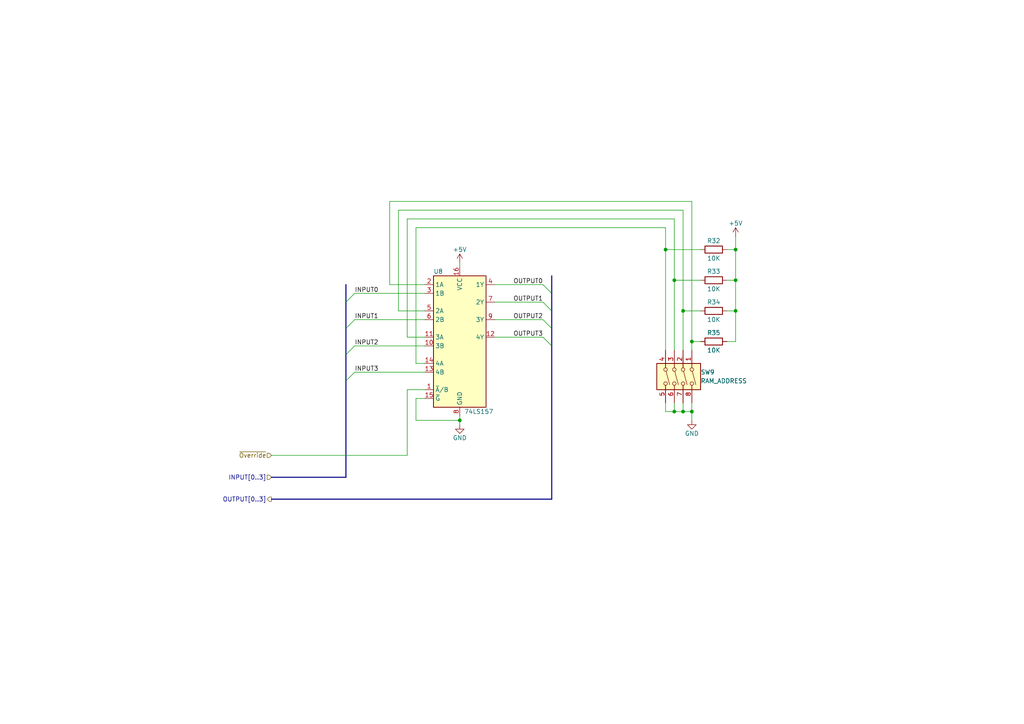
<source format=kicad_sch>
(kicad_sch (version 20231120) (generator "eeschema") (generator_version "8.0")
  (paper "A4")
  (title_block (title "8-Bit Computer - Memory Address Overrider") (date "2024-03-10") (rev "1") (comment 1 "Creator: Matan Brightbert"))
  (lib_symbols
    (symbol "Custom:74LS157"
      (property "Reference" "U" (at -7.62 20.32 0))
      (property "Value" "74LS157" (at 1.27 -20.32 0))
      (symbol "74LS157_0_1"
        (rectangle (start -7.62 19.05) (end 7.62 -19.05) (stroke (width 0.254)) (fill (type background)))
      )
      (symbol "74LS157_1_1"
        (pin input line (at -10.16 -13.97 0) (length 2.54) (name "~{A}/B") (number "1"))
        (pin input line (at -10.16 -1.27 0) (length 2.54) (name "3B") (number "10"))
        (pin input line (at -10.16 1.27 0) (length 2.54) (name "3A") (number "11"))
        (pin tri_state line (at 10.16 1.27 180) (length 2.54) (name "4Y") (number "12"))
        (pin input line (at -10.16 -8.89 0) (length 2.54) (name "4B") (number "13"))
        (pin input line (at -10.16 -6.35 0) (length 2.54) (name "4A") (number "14"))
        (pin input line (at -10.16 -16.51 0) (length 2.54) (name "~{G}") (number "15"))
        (pin power_in line (at 0 21.59 270) (length 2.54) (name "VCC") (number "16"))
        (pin input line (at -10.16 16.51 0) (length 2.54) (name "1A") (number "2"))
        (pin input line (at -10.16 13.97 0) (length 2.54) (name "1B") (number "3"))
        (pin tri_state line (at 10.16 16.51 180) (length 2.54) (name "1Y") (number "4"))
        (pin input line (at -10.16 8.89 0) (length 2.54) (name "2A") (number "5"))
        (pin input line (at -10.16 6.35 0) (length 2.54) (name "2B") (number "6"))
        (pin tri_state line (at 10.16 11.43 180) (length 2.54) (name "2Y") (number "7"))
        (pin power_in line (at 0 -21.59 90) (length 2.54) (name "GND") (number "8"))
        (pin tri_state line (at 10.16 6.35 180) (length 2.54) (name "3Y") (number "9"))
      )
    )
    (symbol "Device:R" (pin_numbers hide) (pin_names (offset 0))
      (property "Reference" "R" (at 2.032 0 90))
      (property "Value" "R" (at 0 0 90))
      (symbol "R_0_1"
        (rectangle (start -1.016 -2.54) (end 1.016 2.54) (stroke (width 0.254)))
      )
      (symbol "R_1_1"
        (pin passive line (at 0 3.81 270) (length 1.27) (name "~") (number "1"))
        (pin passive line (at 0 -3.81 90) (length 1.27) (name "~") (number "2"))
      )
    )
    (symbol "Switch:SW_DIP_x04" (pin_names (offset 0) hide)
      (property "Reference" "SW" (at 0 8.89 0))
      (property "Value" "SW_DIP_x04" (at 0 -6.35 0))
      (symbol "SW_DIP_x04_0_0"
        (circle (center -2.032 -2.54) (radius 0.508))
        (circle (center -2.032 0) (radius 0.508))
        (circle (center -2.032 2.54) (radius 0.508))
        (circle (center -2.032 5.08) (radius 0.508))
        (polyline (pts (xy -1.524 -2.3876) (xy 2.3622 -1.3462)))
        (polyline (pts (xy -1.524 0.127) (xy 2.3622 1.1684)))
        (polyline (pts (xy -1.524 2.667) (xy 2.3622 3.7084)))
        (polyline (pts (xy -1.524 5.207) (xy 2.3622 6.2484)))
        (circle (center 2.032 -2.54) (radius 0.508))
        (circle (center 2.032 0) (radius 0.508))
        (circle (center 2.032 2.54) (radius 0.508))
        (circle (center 2.032 5.08) (radius 0.508))
      )
      (symbol "SW_DIP_x04_0_1"
        (rectangle (start -3.81 7.62) (end 3.81 -5.08) (stroke (width 0.254)) (fill (type background)))
      )
      (symbol "SW_DIP_x04_1_1"
        (pin passive line (at -7.62 5.08 0) (length 5.08) (name "~") (number "1"))
        (pin passive line (at -7.62 2.54 0) (length 5.08) (name "~") (number "2"))
        (pin passive line (at -7.62 0 0) (length 5.08) (name "~") (number "3"))
        (pin passive line (at -7.62 -2.54 0) (length 5.08) (name "~") (number "4"))
        (pin passive line (at 7.62 -2.54 180) (length 5.08) (name "~") (number "5"))
        (pin passive line (at 7.62 0 180) (length 5.08) (name "~") (number "6"))
        (pin passive line (at 7.62 2.54 180) (length 5.08) (name "~") (number "7"))
        (pin passive line (at 7.62 5.08 180) (length 5.08) (name "~") (number "8"))
      )
    )
    (symbol "power:+5V" (power) (pin_numbers hide) (pin_names (offset 0) hide)
      (property "Value" "+5V" (at 0 3.556 0))
      (symbol "+5V_0_1"
        (polyline (pts (xy -0.762 1.27) (xy 0 2.54)))
        (polyline (pts (xy 0 0) (xy 0 2.54)))
        (polyline (pts (xy 0 2.54) (xy 0.762 1.27)))
      )
      (symbol "+5V_1_1"
        (pin power_in line (at 0 0 90) (length 0) (name "~") (number "1"))
      )
    )
    (symbol "power:GND" (power) (pin_numbers hide) (pin_names (offset 0) hide)
      (property "Value" "GND" (at 0 -3.81 0))
      (symbol "GND_0_1"
        (polyline (pts (xy 0 0) (xy 0 -1.27) (xy 1.27 -1.27) (xy 0 -2.54) (xy -1.27 -1.27) (xy 0 -1.27)))
      )
      (symbol "GND_1_1"
        (pin power_in line (at 0 0 270) (length 0) (name "~") (number "1"))
      )
    )
  )
  (junction (at 198.12 119.38))
  (junction (at 200.66 119.38))
  (junction (at 200.66 99.06))
  (junction (at 195.58 119.38))
  (junction (at 213.36 72.39))
  (junction (at 213.36 81.28))
  (junction (at 198.12 90.17))
  (junction (at 213.36 90.17))
  (junction (at 133.35 121.92))
  (junction (at 193.04 72.39))
  (junction (at 195.58 81.28))
  (bus_entry (at 157.48 87.63) (size 2.54 2.54))
  (bus_entry (at 157.48 92.71) (size 2.54 2.54))
  (bus_entry (at 102.87 100.33) (size -2.54 2.54))
  (bus_entry (at 157.48 82.55) (size 2.54 2.54))
  (bus_entry (at 102.87 107.95) (size -2.54 2.54))
  (bus_entry (at 157.48 97.79) (size 2.54 2.54))
  (bus_entry (at 102.87 92.71) (size -2.54 2.54))
  (bus_entry (at 102.87 85.09) (size -2.54 2.54))
  (wire (pts (xy 200.66 99.06) (xy 203.2 99.06)))
  (bus (pts (xy 160.02 85.09) (xy 160.02 90.17)))
  (wire (pts (xy 213.36 99.06) (xy 210.82 99.06)))
  (wire (pts (xy 133.35 76.2) (xy 133.35 77.47)))
  (wire (pts (xy 200.66 99.06) (xy 200.66 101.6)))
  (wire (pts (xy 78.74 132.08) (xy 118.11 132.08)))
  (wire (pts (xy 200.66 121.92) (xy 200.66 119.38)))
  (wire (pts (xy 213.36 72.39) (xy 210.82 72.39)))
  (wire (pts (xy 120.65 121.92) (xy 133.35 121.92)))
  (wire (pts (xy 118.11 63.5) (xy 195.58 63.5)))
  (wire (pts (xy 195.58 81.28) (xy 203.2 81.28)))
  (wire (pts (xy 115.57 90.17) (xy 115.57 60.96)))
  (wire (pts (xy 195.58 63.5) (xy 195.58 81.28)))
  (wire (pts (xy 195.58 81.28) (xy 195.58 101.6)))
  (wire (pts (xy 213.36 81.28) (xy 213.36 72.39)))
  (wire (pts (xy 198.12 60.96) (xy 198.12 90.17)))
  (bus (pts (xy 160.02 90.17) (xy 160.02 95.25)))
  (wire (pts (xy 143.51 82.55) (xy 157.48 82.55)))
  (wire (pts (xy 193.04 116.84) (xy 193.04 119.38)))
  (wire (pts (xy 143.51 87.63) (xy 157.48 87.63)))
  (wire (pts (xy 123.19 115.57) (xy 120.65 115.57)))
  (bus (pts (xy 100.33 87.63) (xy 100.33 95.25)))
  (bus (pts (xy 160.02 100.33) (xy 160.02 144.78)))
  (wire (pts (xy 118.11 132.08) (xy 118.11 113.03)))
  (wire (pts (xy 200.66 58.42) (xy 200.66 99.06)))
  (wire (pts (xy 198.12 90.17) (xy 198.12 101.6)))
  (wire (pts (xy 213.36 68.58) (xy 213.36 72.39)))
  (bus (pts (xy 78.74 144.78) (xy 160.02 144.78)))
  (wire (pts (xy 200.66 116.84) (xy 200.66 119.38)))
  (wire (pts (xy 102.87 92.71) (xy 123.19 92.71)))
  (wire (pts (xy 193.04 119.38) (xy 195.58 119.38)))
  (wire (pts (xy 120.65 115.57) (xy 120.65 121.92)))
  (bus (pts (xy 160.02 80.01) (xy 160.02 85.09)))
  (wire (pts (xy 113.03 58.42) (xy 200.66 58.42)))
  (wire (pts (xy 133.35 123.19) (xy 133.35 121.92)))
  (wire (pts (xy 120.65 105.41) (xy 120.65 66.04)))
  (wire (pts (xy 113.03 82.55) (xy 113.03 58.42)))
  (wire (pts (xy 213.36 81.28) (xy 210.82 81.28)))
  (wire (pts (xy 123.19 97.79) (xy 118.11 97.79)))
  (wire (pts (xy 143.51 97.79) (xy 157.48 97.79)))
  (bus (pts (xy 160.02 95.25) (xy 160.02 100.33)))
  (wire (pts (xy 102.87 85.09) (xy 123.19 85.09)))
  (bus (pts (xy 100.33 82.55) (xy 100.33 87.63)))
  (wire (pts (xy 213.36 90.17) (xy 213.36 81.28)))
  (wire (pts (xy 213.36 90.17) (xy 210.82 90.17)))
  (wire (pts (xy 193.04 66.04) (xy 193.04 72.39)))
  (wire (pts (xy 193.04 72.39) (xy 203.2 72.39)))
  (wire (pts (xy 123.19 82.55) (xy 113.03 82.55)))
  (wire (pts (xy 200.66 119.38) (xy 198.12 119.38)))
  (wire (pts (xy 118.11 113.03) (xy 123.19 113.03)))
  (wire (pts (xy 195.58 116.84) (xy 195.58 119.38)))
  (wire (pts (xy 198.12 116.84) (xy 198.12 119.38)))
  (wire (pts (xy 198.12 90.17) (xy 203.2 90.17)))
  (bus (pts (xy 100.33 95.25) (xy 100.33 102.87)))
  (wire (pts (xy 123.19 105.41) (xy 120.65 105.41)))
  (bus (pts (xy 100.33 110.49) (xy 100.33 138.43)))
  (wire (pts (xy 213.36 99.06) (xy 213.36 90.17)))
  (wire (pts (xy 198.12 119.38) (xy 195.58 119.38)))
  (wire (pts (xy 102.87 107.95) (xy 123.19 107.95)))
  (wire (pts (xy 120.65 66.04) (xy 193.04 66.04)))
  (bus (pts (xy 78.74 138.43) (xy 100.33 138.43)))
  (wire (pts (xy 123.19 90.17) (xy 115.57 90.17)))
  (wire (pts (xy 118.11 97.79) (xy 118.11 63.5)))
  (wire (pts (xy 143.51 92.71) (xy 157.48 92.71)))
  (wire (pts (xy 115.57 60.96) (xy 198.12 60.96)))
  (bus (pts (xy 100.33 102.87) (xy 100.33 110.49)))
  (wire (pts (xy 133.35 121.92) (xy 133.35 120.65)))
  (wire (pts (xy 193.04 72.39) (xy 193.04 101.6)))
  (wire (pts (xy 102.87 100.33) (xy 123.19 100.33)))
  (label "OUTPUT3" (at 157.48 97.79 180))
  (label "INPUT2" (at 102.87 100.33 0))
  (label "OUTPUT0" (at 157.48 82.55 180))
  (label "INPUT3" (at 102.87 107.95 0))
  (label "OUTPUT1" (at 157.48 87.63 180))
  (label "INPUT0" (at 102.87 85.09 0))
  (label "INPUT1" (at 102.87 92.71 0))
  (label "OUTPUT2" (at 157.48 92.71 180))
  (hierarchical_label "INPUT[0..3]" (shape input) (at 78.74 138.43 180))
  (hierarchical_label "OUTPUT[0..3]" (shape output) (at 78.74 144.78 180))
  (hierarchical_label "~{Override}" (shape input) (at 78.74 132.08 180))
  (symbol (lib_id "Custom:74LS157") (at 133.35 99.06 0) (unit 1)
    (property "Reference" "U8" (at 125.73 78.74 0) (effects (justify left)))
    (property "Value" "74LS157" (at 134.62 119.38 0) (effects (justify left)))
    (property "Footprint" "Package_DIP:DIP-16_W7.62mm" (effects (hide yes)))
  )
  (symbol (lib_id "power:+5V") (at 213.36 68.58 0) (mirror y) (unit 1)
    (property "Reference" "#PWR024" (effects (hide yes)))
    (property "Value" "+5V" (at 213.36 64.77 0))
    (property "Description" "Power symbol creates a global label with name \"+5V\"" (effects (hide yes)))
  )
  (symbol (lib_id "Device:R") (at 207.01 99.06 270) (mirror x) (unit 1)
    (property "Reference" "R35" (at 207.01 96.52 90))
    (property "Value" "10K" (at 207.01 101.6 90))
    (property "Footprint" "Resistor_THT:R_Axial_DIN0207_L6.3mm_D2.5mm_P7.62mm_Horizontal" (effects (hide yes)))
    (property "Description" "Resistor" (effects (hide yes)))
  )
  (symbol (lib_id "power:+5V") (at 133.35 76.2 0) (unit 1)
    (property "Reference" "#PWR021" (effects (hide yes)))
    (property "Value" "+5V" (at 133.35 72.39 0))
    (property "Description" "Power symbol creates a global label with name \"+5V\"" (effects (hide yes)))
  )
  (symbol (lib_id "power:GND") (at 200.66 121.92 0) (unit 1)
    (property "Reference" "#PWR023" (effects (hide yes)))
    (property "Value" "GND" (at 200.66 125.73 0))
    (property "Description" "Power symbol creates a global label with name \"GND\" , ground" (effects (hide yes)))
  )
  (symbol (lib_id "Device:R") (at 207.01 72.39 270) (mirror x) (unit 1)
    (property "Reference" "R32" (at 207.01 69.85 90))
    (property "Value" "10K" (at 207.01 74.93 90))
    (property "Footprint" "Resistor_THT:R_Axial_DIN0207_L6.3mm_D2.5mm_P7.62mm_Horizontal" (effects (hide yes)))
    (property "Description" "Resistor" (effects (hide yes)))
  )
  (symbol (lib_id "Switch:SW_DIP_x04") (at 195.58 109.22 270) (unit 1)
    (property "Reference" "SW9" (at 203.2 107.95 90) (effects (justify left)))
    (property "Value" "RAM_ADDRESS" (at 203.2 110.49 90) (effects (justify left)))
    (property "Footprint" "Button_Switch_THT:SW_DIP_SPSTx04_Slide_9.78x12.34mm_W7.62mm_P2.54mm" (effects (hide yes)))
    (property "Description" "4x DIP Switch, Single Pole Single Throw (SPST) switch, small symbol" (effects (hide yes)))
  )
  (symbol (lib_id "Device:R") (at 207.01 90.17 270) (mirror x) (unit 1)
    (property "Reference" "R34" (at 207.01 87.63 90))
    (property "Value" "10K" (at 207.01 92.71 90))
    (property "Footprint" "Resistor_THT:R_Axial_DIN0207_L6.3mm_D2.5mm_P7.62mm_Horizontal" (effects (hide yes)))
    (property "Description" "Resistor" (effects (hide yes)))
  )
  (symbol (lib_id "Device:R") (at 207.01 81.28 270) (mirror x) (unit 1)
    (property "Reference" "R33" (at 207.01 78.74 90))
    (property "Value" "10K" (at 207.01 83.82 90))
    (property "Footprint" "Resistor_THT:R_Axial_DIN0207_L6.3mm_D2.5mm_P7.62mm_Horizontal" (effects (hide yes)))
    (property "Description" "Resistor" (effects (hide yes)))
  )
  (symbol (lib_id "power:GND") (at 133.35 123.19 0) (unit 1)
    (property "Reference" "#PWR022" (effects (hide yes)))
    (property "Value" "GND" (at 133.35 127 0))
    (property "Description" "Power symbol creates a global label with name \"GND\" , ground" (effects (hide yes)))
  )
)
</source>
